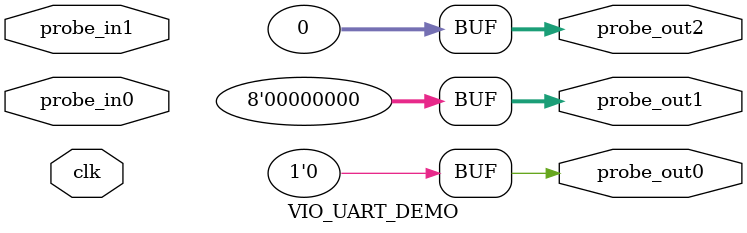
<source format=v>
`timescale 1ns / 1ps
module VIO_UART_DEMO (
clk,
probe_in0,probe_in1,
probe_out0,
probe_out1,
probe_out2
);

input clk;
input [31 : 0] probe_in0;
input [7 : 0] probe_in1;

output reg [0 : 0] probe_out0 = 'h0 ;
output reg [7 : 0] probe_out1 = 'h00 ;
output reg [31 : 0] probe_out2 = 'h00000000 ;


endmodule

</source>
